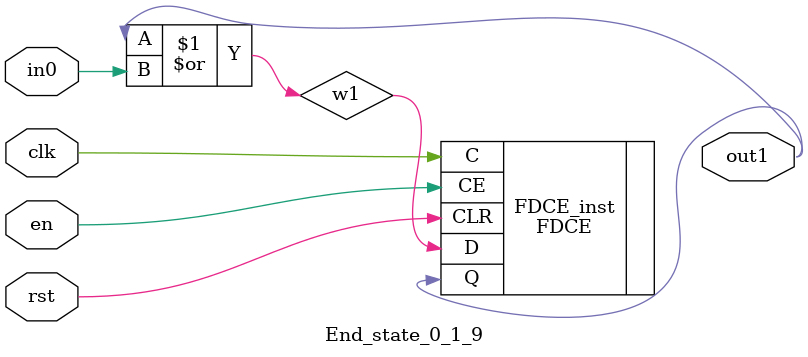
<source format=v>
module engine_0_1(out,clk,sod,en, in_8, in_9, in_10, in_11, in_12, in_13, in_0);
//pcre: /^SSH-[12]\.\d+/smi
//block char: S[0], H[0], -[0], [12][1], \x2E[8], \d[5], ^[9], 

	input clk,sod,en;

	input in_8, in_9, in_10, in_11, in_12, in_13, in_0;
	output out;

	assign w0 = 1'b1;
	state_0_1_1 BlockState_0_1_1 (w1,in_0,clk,en,sod,w0);
	state_0_1_2 BlockState_0_1_2 (w2,in_8,clk,en,sod,w1);
	state_0_1_3 BlockState_0_1_3 (w3,in_8,clk,en,sod,w2);
	state_0_1_4 BlockState_0_1_4 (w4,in_9,clk,en,sod,w3);
	state_0_1_5 BlockState_0_1_5 (w5,in_10,clk,en,sod,w4);
	state_0_1_6 BlockState_0_1_6 (w6,in_11,clk,en,sod,w5);
	state_0_1_7 BlockState_0_1_7 (w7,in_12,clk,en,sod,w6);
	state_0_1_8 BlockState_0_1_8 (w8,in_13,clk,en,sod,w8,w7);
	End_state_0_1_9 BlockState_0_1_9 (out,clk,en,sod,w8);
endmodule

module state_0_1_1(out1,in_char,clk,en,rst,in0);
	input in_char,clk,en,rst,in0;
	output out1;
	wire w1,w2;
	assign w1 = in0; 
	and(w2,in_char,w1);
	FDCE #(.INIT(1'b0)) FDCE_inst (
		.Q(out1),
		.C(clk),
		.CE(en),
		.CLR(rst),
		.D(w2)
);
endmodule

module state_0_1_2(out1,in_char,clk,en,rst,in0);
	input in_char,clk,en,rst,in0;
	output out1;
	wire w1,w2;
	assign w1 = in0; 
	and(w2,in_char,w1);
	FDCE #(.INIT(1'b0)) FDCE_inst (
		.Q(out1),
		.C(clk),
		.CE(en),
		.CLR(rst),
		.D(w2)
);
endmodule

module state_0_1_3(out1,in_char,clk,en,rst,in0);
	input in_char,clk,en,rst,in0;
	output out1;
	wire w1,w2;
	assign w1 = in0; 
	and(w2,in_char,w1);
	FDCE #(.INIT(1'b0)) FDCE_inst (
		.Q(out1),
		.C(clk),
		.CE(en),
		.CLR(rst),
		.D(w2)
);
endmodule

module state_0_1_4(out1,in_char,clk,en,rst,in0);
	input in_char,clk,en,rst,in0;
	output out1;
	wire w1,w2;
	assign w1 = in0; 
	and(w2,in_char,w1);
	FDCE #(.INIT(1'b0)) FDCE_inst (
		.Q(out1),
		.C(clk),
		.CE(en),
		.CLR(rst),
		.D(w2)
);
endmodule

module state_0_1_5(out1,in_char,clk,en,rst,in0);
	input in_char,clk,en,rst,in0;
	output out1;
	wire w1,w2;
	assign w1 = in0; 
	and(w2,in_char,w1);
	FDCE #(.INIT(1'b0)) FDCE_inst (
		.Q(out1),
		.C(clk),
		.CE(en),
		.CLR(rst),
		.D(w2)
);
endmodule

module state_0_1_6(out1,in_char,clk,en,rst,in0);
	input in_char,clk,en,rst,in0;
	output out1;
	wire w1,w2;
	assign w1 = in0; 
	and(w2,in_char,w1);
	FDCE #(.INIT(1'b0)) FDCE_inst (
		.Q(out1),
		.C(clk),
		.CE(en),
		.CLR(rst),
		.D(w2)
);
endmodule

module state_0_1_7(out1,in_char,clk,en,rst,in0);
	input in_char,clk,en,rst,in0;
	output out1;
	wire w1,w2;
	assign w1 = in0; 
	and(w2,in_char,w1);
	FDCE #(.INIT(1'b0)) FDCE_inst (
		.Q(out1),
		.C(clk),
		.CE(en),
		.CLR(rst),
		.D(w2)
);
endmodule

module state_0_1_8(out1,in_char,clk,en,rst,in0,in1);
	input in_char,clk,en,rst,in0,in1;
	output out1;
	wire w1,w2;
	or(w1,in0,in1);
	and(w2,in_char,w1);
	FDCE #(.INIT(1'b0)) FDCE_inst (
		.Q(out1),
		.C(clk),
		.CE(en),
		.CLR(rst),
		.D(w2)
);
endmodule

module End_state_0_1_9(out1,clk,en,rst,in0);
	input clk,rst,en,in0;
	output out1;
	wire w1;
	or(w1,out1,in0);
	FDCE #(.INIT(1'b0)) FDCE_inst (
		.Q(out1),
		.C(clk),
		.CE(en),
		.CLR(rst),
		.D(w1)
);
endmodule


</source>
